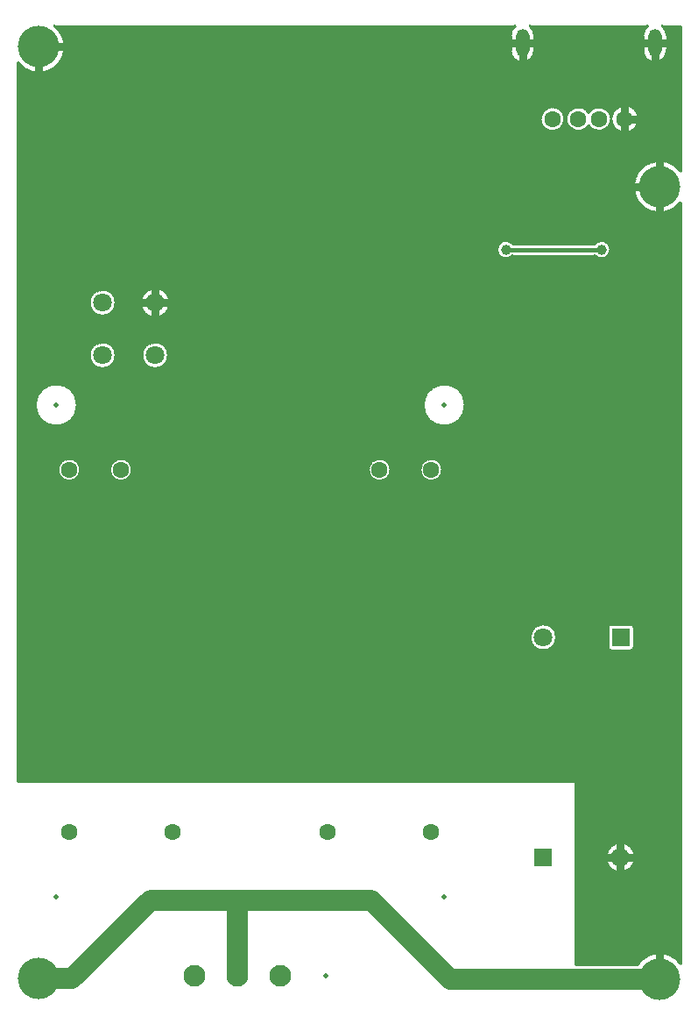
<source format=gbl>
G04 Layer_Physical_Order=2*
G04 Layer_Color=16711680*
%FSAX25Y25*%
%MOIN*%
G70*
G01*
G75*
%ADD10C,0.01000*%
%ADD33C,0.03150*%
%ADD35C,0.07874*%
%ADD36C,0.01575*%
%ADD42O,0.05118X0.10630*%
%ADD43C,0.06299*%
%ADD44C,0.15748*%
%ADD45C,0.08268*%
%ADD46C,0.01968*%
%ADD47C,0.07087*%
%ADD48R,0.07087X0.07087*%
%ADD49C,0.03937*%
D10*
X0348928Y0468456D02*
G03*
X0347128Y0472122I-0004634J0000000D01*
G01*
X0341460D02*
G03*
X0339660Y0468456I0002834J-0003666D01*
G01*
Y0462944D02*
G03*
X0348928Y0462944I0004634J0000000D01*
G01*
X0338101Y0436763D02*
G03*
X0327667Y0437156I-0005224J0000000D01*
G01*
D02*
G03*
X0319097Y0439237I-0004633J-0000393D01*
G01*
X0327667Y0436370D02*
G03*
X0338101Y0436763I0005210J0000393D01*
G01*
X0354012Y0417006D02*
G03*
X0354012Y0405041I-0007949J-0005983D01*
G01*
X0319097Y0434289D02*
G03*
X0327667Y0436370I0003937J0002474D01*
G01*
X0327468Y0387100D02*
G03*
X0321393Y0389387I-0003469J0000000D01*
G01*
Y0384813D02*
G03*
X0327468Y0387100I0002607J0002287D01*
G01*
X0298534Y0468456D02*
G03*
X0296734Y0472122I-0004634J0000000D01*
G01*
X0291066D02*
G03*
X0289266Y0468456I0002834J-0003666D01*
G01*
Y0462944D02*
G03*
X0298534Y0462944I0004634J0000000D01*
G01*
X0319097Y0439237D02*
G03*
X0319097Y0434289I-0003937J-0002474D01*
G01*
X0309967Y0436763D02*
G03*
X0309967Y0436763I-0004650J0000000D01*
G01*
X0290207Y0389387D02*
G03*
X0290207Y0384813I-0002607J-0002287D01*
G01*
X0272096Y0328006D02*
G03*
X0272096Y0328006I-0007990J0000000D01*
G01*
X0263435Y0303400D02*
G03*
X0263435Y0303400I-0004250J0000000D01*
G01*
X0243750D02*
G03*
X0243750Y0303400I-0004250J0000000D01*
G01*
X0336407Y0243243D02*
G03*
X0334907Y0244743I-0001500J0000000D01*
G01*
Y0234657D02*
G03*
X0336407Y0236157I0000000J0001500D01*
G01*
X0327820Y0244743D02*
G03*
X0326321Y0243243I0000000J-0001500D01*
G01*
Y0236157D02*
G03*
X0327820Y0234657I0001500J0000000D01*
G01*
X0336782Y0156000D02*
G03*
X0336782Y0156000I-0005618J0000000D01*
G01*
X0354012Y0115698D02*
G03*
X0337668Y0115237I-0008012J-0005898D01*
G01*
X0306879Y0239700D02*
G03*
X0306879Y0239700I-0005043J0000000D01*
G01*
X0159718Y0366900D02*
G03*
X0159718Y0366900I-0005618J0000000D01*
G01*
X0139143D02*
G03*
X0139143Y0366900I-0005043J0000000D01*
G01*
X0119749Y0464200D02*
G03*
X0115818Y0472122I-0009949J0000000D01*
G01*
X0101894Y0458161D02*
G03*
X0119749Y0464200I0007906J0006039D01*
G01*
X0159143Y0346900D02*
G03*
X0159143Y0346900I-0005043J0000000D01*
G01*
X0139143D02*
G03*
X0139143Y0346900I-0005043J0000000D01*
G01*
X0145324Y0303400D02*
G03*
X0145324Y0303400I-0004250J0000000D01*
G01*
X0124458Y0328006D02*
G03*
X0124458Y0328006I-0007990J0000000D01*
G01*
X0125639Y0303400D02*
G03*
X0125639Y0303400I-0004250J0000000D01*
G01*
X0348663Y0470000D02*
X0354012D01*
X0348167Y0471000D02*
X0354012D01*
X0348896Y0469000D02*
X0354012D01*
X0347128Y0472122D02*
X0354012D01*
X0347279Y0472000D02*
X0354012D01*
X0348928Y0466000D02*
X0354012D01*
X0348928Y0463000D02*
X0354012D01*
X0348928Y0468000D02*
X0354012D01*
X0348928Y0467000D02*
X0354012D01*
X0348928Y0465000D02*
X0354012D01*
X0348928Y0462944D02*
Y0468456D01*
X0340000Y0470198D02*
Y0472122D01*
X0348928Y0464000D02*
X0354012D01*
X0348830Y0462000D02*
X0354012D01*
X0348500Y0461000D02*
X0354012D01*
X0347872Y0460000D02*
X0354012D01*
X0354000Y0417022D02*
Y0472122D01*
X0353000Y0418155D02*
Y0472122D01*
X0354012Y0417006D02*
Y0472122D01*
X0349000Y0420529D02*
Y0472122D01*
X0352000Y0419007D02*
Y0472122D01*
X0350000Y0420160D02*
Y0472122D01*
X0351000Y0419661D02*
Y0472122D01*
X0346726Y0459000D02*
X0354012D01*
X0348000Y0420782D02*
Y0460163D01*
X0347000Y0420928D02*
Y0459183D01*
X0342000Y0420105D02*
Y0458918D01*
X0341000Y0419588D02*
Y0459685D01*
X0340000Y0418912D02*
Y0461201D01*
X0346000Y0420972D02*
Y0458636D01*
X0345000Y0420916D02*
Y0458364D01*
X0344000Y0420756D02*
Y0458320D01*
X0343000Y0420489D02*
Y0458495D01*
X0297773Y0471000D02*
X0340421D01*
X0298269Y0470000D02*
X0339925D01*
X0296734Y0472122D02*
X0341460D01*
X0296885Y0472000D02*
X0341308D01*
X0298106Y0461000D02*
X0340087D01*
X0297478Y0460000D02*
X0340715D01*
X0296332Y0459000D02*
X0341861D01*
X0298534Y0466000D02*
X0339660D01*
X0298534Y0468000D02*
X0339660D01*
Y0462944D02*
Y0468456D01*
X0298502Y0469000D02*
X0339692D01*
X0298534Y0467000D02*
X0339660D01*
X0298534Y0465000D02*
X0339660D01*
X0298534Y0464000D02*
X0339660D01*
X0298534Y0463000D02*
X0339660D01*
X0298437Y0462000D02*
X0339757D01*
X0338000Y0437784D02*
Y0472122D01*
X0337000Y0439971D02*
Y0472122D01*
X0339000Y0418030D02*
Y0472122D01*
X0334000Y0441865D02*
Y0472122D01*
X0335000Y0441536D02*
Y0472122D01*
X0336000Y0440951D02*
Y0472122D01*
X0335933Y0441000D02*
X0354012D01*
X0333000Y0441986D02*
Y0472122D01*
X0332000Y0441913D02*
Y0472122D01*
X0331000Y0441639D02*
Y0472122D01*
X0330000Y0441124D02*
Y0472122D01*
X0327000Y0439190D02*
Y0472122D01*
X0329000Y0440266D02*
Y0472122D01*
X0328000Y0438638D02*
Y0472122D01*
X0338095Y0437000D02*
X0354012D01*
X0337952Y0438000D02*
X0354012D01*
X0338045Y0436000D02*
X0354012D01*
X0336977Y0440000D02*
X0354012D01*
X0337598Y0439000D02*
X0354012D01*
X0337794Y0435000D02*
X0354012D01*
X0350353Y0420000D02*
X0354012D01*
X0337310Y0434000D02*
X0354012D01*
X0336501Y0433000D02*
X0354012D01*
X0338000Y0416852D02*
Y0435742D01*
X0327110Y0439000D02*
X0328155D01*
X0352009Y0419000D02*
X0354012D01*
X0335023Y0432000D02*
X0354012D01*
X0337000Y0415127D02*
Y0433555D01*
X0351945Y0403000D02*
X0354012D01*
X0336000Y0244271D02*
Y0432575D01*
X0350253Y0402000D02*
X0354012D01*
X0327467Y0387000D02*
X0354012D01*
X0327350Y0388000D02*
X0354012D01*
X0327290Y0386000D02*
X0354012D01*
X0331000Y0244743D02*
Y0431887D01*
X0330000Y0244743D02*
Y0432402D01*
X0335000Y0244740D02*
Y0431990D01*
X0328000Y0244743D02*
Y0434888D01*
X0329000Y0244743D02*
Y0433260D01*
X0333000Y0244743D02*
Y0431540D01*
X0334000Y0244743D02*
Y0431661D01*
X0327820Y0244743D02*
X0334907D01*
X0332000D02*
Y0431613D01*
X0326902Y0389000D02*
X0354012D01*
X0325903Y0390000D02*
X0354012D01*
X0326761Y0385000D02*
X0354012D01*
X0325556Y0384000D02*
X0354012D01*
X0267970Y0335000D02*
X0354012D01*
X0271843Y0330000D02*
X0354012D01*
X0272034Y0329000D02*
X0354012D01*
X0269390Y0334000D02*
X0354012D01*
X0271514Y0331000D02*
X0354012D01*
X0326372Y0440000D02*
X0328776D01*
X0326774Y0434000D02*
X0328442D01*
X0325765Y0433000D02*
X0329252D01*
X0324949Y0441000D02*
X0329820D01*
X0270343Y0333000D02*
X0354012D01*
X0271026Y0332000D02*
X0354012D01*
X0272032Y0327000D02*
X0354012D01*
X0272096Y0328000D02*
X0354012D01*
X0271840Y0326000D02*
X0354012D01*
X0271509Y0325000D02*
X0354012D01*
X0271019Y0324000D02*
X0354012D01*
X0270333Y0323000D02*
X0354012D01*
X0269375Y0322000D02*
X0354012D01*
X0267947Y0321000D02*
X0354012D01*
X0261443Y0307000D02*
X0354012D01*
X0263392Y0304000D02*
X0354012D01*
X0327000Y0244499D02*
Y0385359D01*
X0262546Y0306000D02*
X0354012D01*
X0263122Y0305000D02*
X0354012D01*
X0263416Y0303000D02*
X0354012D01*
X0263197Y0302000D02*
X0354012D01*
X0262692Y0301000D02*
X0354012D01*
X0261734Y0300000D02*
X0354012D01*
X0316000Y0441336D02*
Y0472122D01*
X0315000Y0441410D02*
Y0472122D01*
X0317000Y0441033D02*
Y0472122D01*
X0314000Y0441266D02*
Y0472122D01*
X0307000Y0441097D02*
Y0472122D01*
X0324000Y0441311D02*
Y0472122D01*
X0325000Y0440976D02*
Y0472122D01*
X0323000Y0441412D02*
Y0472122D01*
X0322000Y0441296D02*
Y0472122D01*
X0306000Y0441362D02*
Y0472122D01*
X0305000Y0441402D02*
Y0472122D01*
X0304000Y0441222D02*
Y0472122D01*
X0298000Y0470615D02*
Y0472122D01*
X0298534Y0462944D02*
Y0468456D01*
X0290000Y0470958D02*
Y0472122D01*
X0318000Y0440444D02*
Y0472122D01*
X0313000Y0440880D02*
Y0472122D01*
X0312000Y0440174D02*
Y0472122D01*
X0311000Y0438840D02*
Y0472122D01*
X0310000Y0389387D02*
Y0472122D01*
X0321000Y0440944D02*
Y0472122D01*
X0326000Y0440344D02*
Y0472122D01*
X0320000Y0440286D02*
Y0472122D01*
X0319000Y0439385D02*
Y0472122D01*
X0308000Y0440561D02*
Y0472122D01*
X0303000Y0440794D02*
Y0472122D01*
X0309000Y0439601D02*
Y0472122D01*
X0302000Y0440021D02*
Y0472122D01*
X0301000Y0438489D02*
Y0472122D01*
X0299000Y0389387D02*
Y0472122D01*
X0300000Y0389387D02*
Y0472122D01*
X0290000Y0389604D02*
Y0460442D01*
X0298000Y0389387D02*
Y0460785D01*
X0288000Y0390545D02*
Y0472122D01*
X0289000Y0390273D02*
Y0472122D01*
X0286000Y0390177D02*
Y0472122D01*
X0285000Y0389396D02*
Y0472122D01*
X0289266Y0462944D02*
Y0468456D01*
X0287000Y0390516D02*
Y0472122D01*
X0264000Y0335995D02*
Y0472122D01*
X0263000Y0335919D02*
Y0472122D01*
X0262000Y0335713D02*
Y0472122D01*
X0261000Y0335367D02*
Y0472122D01*
X0260000Y0334860D02*
Y0472122D01*
X0267000Y0335454D02*
Y0472122D01*
X0268000Y0334983D02*
Y0472122D01*
X0265000Y0335946D02*
Y0472122D01*
X0266000Y0335768D02*
Y0472122D01*
X0259000Y0334151D02*
Y0472122D01*
X0258000Y0333159D02*
Y0472122D01*
X0257000Y0331658D02*
Y0472122D01*
X0256000Y0306213D02*
Y0472122D01*
X0255000Y0304138D02*
Y0472122D01*
X0271000Y0332045D02*
Y0472122D01*
X0272000Y0329242D02*
Y0472122D01*
X0269000Y0334322D02*
Y0472122D01*
X0270000Y0333401D02*
Y0472122D01*
X0239000Y0307620D02*
Y0472122D01*
X0238000Y0307376D02*
Y0472122D01*
X0237000Y0306837D02*
Y0472122D01*
X0236000Y0305810D02*
Y0472122D01*
X0242000Y0306837D02*
Y0472122D01*
X0243000Y0305810D02*
Y0472122D01*
X0240000Y0307620D02*
Y0472122D01*
X0241000Y0307376D02*
Y0472122D01*
X0317891Y0433000D02*
X0320303D01*
X0318498Y0440000D02*
X0319696D01*
X0326000Y0389934D02*
Y0433182D01*
X0317075Y0441000D02*
X0321119D01*
X0324000Y0390568D02*
Y0432215D01*
X0325000Y0390421D02*
Y0432549D01*
X0323000Y0390421D02*
Y0432114D01*
X0322000Y0389934D02*
Y0432230D01*
X0309393Y0439000D02*
X0311084D01*
X0309620Y0435000D02*
X0310857D01*
X0319000Y0389387D02*
Y0434141D01*
X0307232Y0441000D02*
X0313245D01*
X0308655Y0440000D02*
X0311822D01*
X0316000Y0389387D02*
Y0432190D01*
X0317000Y0389387D02*
Y0432493D01*
X0309057Y0434000D02*
X0311420D01*
X0308048Y0433000D02*
X0312429D01*
X0320000Y0389387D02*
Y0433240D01*
X0318000Y0389387D02*
Y0433082D01*
X0327000Y0388841D02*
Y0434336D01*
X0311000Y0389387D02*
Y0434686D01*
X0312000Y0389387D02*
Y0433352D01*
X0315000Y0389387D02*
Y0432116D01*
X0321000Y0389387D02*
Y0432582D01*
X0313000Y0389387D02*
Y0432646D01*
X0314000Y0389387D02*
Y0432260D01*
X0308000Y0389387D02*
Y0432965D01*
X0307000Y0389387D02*
Y0432429D01*
X0309000Y0389387D02*
Y0433924D01*
X0302000Y0389387D02*
Y0433505D01*
X0303000Y0389387D02*
Y0432732D01*
X0305000Y0389387D02*
Y0432124D01*
X0306000Y0389387D02*
Y0432164D01*
X0304000Y0389387D02*
Y0432304D01*
X0303000Y0244607D02*
Y0384813D01*
X0301000Y0389387D02*
Y0435037D01*
X0297000Y0389387D02*
Y0459500D01*
X0295000Y0389387D02*
Y0458443D01*
X0296000Y0389387D02*
Y0458813D01*
X0290207Y0389387D02*
X0321393D01*
X0290207Y0384813D02*
X0321393D01*
X0289503Y0390000D02*
X0322097D01*
X0289156Y0384000D02*
X0322444D01*
X0293000Y0389387D02*
Y0458398D01*
X0292000Y0389387D02*
Y0458718D01*
X0294000Y0389387D02*
Y0458311D01*
X0291000Y0389387D02*
Y0459330D01*
X0259000Y0307646D02*
Y0321861D01*
X0260000Y0307571D02*
Y0321152D01*
X0258000Y0307481D02*
Y0322854D01*
X0302000Y0244741D02*
Y0384813D01*
X0301000Y0244673D02*
Y0384813D01*
X0300000Y0244397D02*
Y0384813D01*
X0261000Y0307242D02*
Y0320645D01*
X0257000Y0307045D02*
Y0324354D01*
X0262000Y0306584D02*
Y0320299D01*
X0263000Y0305272D02*
Y0320093D01*
X0241758Y0307000D02*
X0256927D01*
X0243437Y0305000D02*
X0255248D01*
X0243707Y0304000D02*
X0254978D01*
X0242861Y0306000D02*
X0255824D01*
X0243731Y0303000D02*
X0254954D01*
X0243512Y0302000D02*
X0255173D01*
X0243007Y0301000D02*
X0255678D01*
X0242049Y0300000D02*
X0256636D01*
X0336407Y0241000D02*
X0354012D01*
X0336407Y0242000D02*
X0354012D01*
X0336407Y0240000D02*
X0354012D01*
X0336202Y0244000D02*
X0354012D01*
X0336407Y0243000D02*
X0354012D01*
X0336407Y0239000D02*
X0354012D01*
X0336407Y0238000D02*
X0354012D01*
X0336407Y0237000D02*
X0354012D01*
X0335862Y0235000D02*
X0354012D01*
X0336399Y0236000D02*
X0354012D01*
X0336407Y0236157D02*
Y0243243D01*
X0346000Y0119749D02*
Y0401075D01*
X0335000Y0160105D02*
Y0234660D01*
X0336000Y0158859D02*
Y0235129D01*
X0333000Y0161310D02*
Y0234657D01*
X0334000Y0160850D02*
Y0234657D01*
X0354000Y0115714D02*
Y0405025D01*
X0353000Y0116870D02*
Y0403892D01*
X0354012Y0115698D02*
Y0405041D01*
X0351000Y0118401D02*
Y0402386D01*
X0352000Y0117736D02*
Y0403041D01*
X0349000Y0119286D02*
Y0401518D01*
X0350000Y0118909D02*
Y0401887D01*
X0347000Y0119698D02*
Y0401119D01*
X0348000Y0119546D02*
Y0401265D01*
X0341000Y0118401D02*
Y0402459D01*
X0340000Y0117736D02*
Y0403136D01*
X0339000Y0116870D02*
Y0404017D01*
X0338000Y0115714D02*
Y0405196D01*
X0337000Y0115237D02*
Y0406920D01*
X0345000Y0119698D02*
Y0401132D01*
X0344000Y0119546D02*
Y0401291D01*
X0343000Y0119286D02*
Y0401558D01*
X0342000Y0118909D02*
Y0401942D01*
X0314000Y0182000D02*
X0354012D01*
X0314000Y0183000D02*
X0354012D01*
X0314000Y0181000D02*
X0354012D01*
X0314000Y0185000D02*
X0354012D01*
X0314000Y0184000D02*
X0354012D01*
X0314000Y0175000D02*
X0354012D01*
X0314000Y0174000D02*
X0354012D01*
X0314000Y0180000D02*
X0354012D01*
X0314000Y0179000D02*
X0354012D01*
X0327820Y0234657D02*
X0334907D01*
X0304471Y0244000D02*
X0326525D01*
X0303665Y0235000D02*
X0326866D01*
X0314000Y0176000D02*
X0354012D01*
X0314000Y0173000D02*
X0354012D01*
X0314000Y0178000D02*
X0354012D01*
X0314000Y0177000D02*
X0354012D01*
X0314000Y0169000D02*
X0354012D01*
X0314000Y0170000D02*
X0354012D01*
X0314000Y0168000D02*
X0354012D01*
X0314000Y0172000D02*
X0354012D01*
X0314000Y0171000D02*
X0354012D01*
X0314000Y0165000D02*
X0354012D01*
X0314000Y0164000D02*
X0354012D01*
X0314000Y0167000D02*
X0354012D01*
X0314000Y0166000D02*
X0354012D01*
X0331000Y0161616D02*
Y0234657D01*
X0332000Y0161556D02*
Y0234657D01*
X0330000Y0161496D02*
Y0234657D01*
X0327000Y0159772D02*
Y0234901D01*
X0329000Y0161185D02*
Y0234657D01*
X0314000Y0163000D02*
X0354012D01*
X0328000Y0160643D02*
Y0234657D01*
X0336414Y0158000D02*
X0354012D01*
X0335914Y0159000D02*
X0354012D01*
X0336692Y0157000D02*
X0354012D01*
X0333726Y0161000D02*
X0354012D01*
X0335109Y0160000D02*
X0354012D01*
X0336782Y0156000D02*
X0354012D01*
X0336692Y0155000D02*
X0354012D01*
X0335109Y0152000D02*
X0354012D01*
X0333726Y0151000D02*
X0354012D01*
X0314000Y0161000D02*
X0328602D01*
X0314000Y0160000D02*
X0327219D01*
X0336414Y0154000D02*
X0354012D01*
X0335914Y0153000D02*
X0354012D01*
X0314000Y0151000D02*
X0328602D01*
X0314000Y0150000D02*
X0354012D01*
X0336000Y0115237D02*
Y0153141D01*
X0335000Y0115237D02*
Y0151895D01*
X0314000Y0149000D02*
X0354012D01*
X0314000Y0148000D02*
X0354012D01*
X0351634Y0118000D02*
X0354012D01*
X0352866Y0117000D02*
X0354012D01*
X0349787Y0119000D02*
X0354012D01*
X0334000Y0115237D02*
Y0151150D01*
X0329000Y0115237D02*
Y0150815D01*
X0327000Y0115237D02*
Y0152228D01*
X0328000Y0115237D02*
Y0151357D01*
X0332000Y0115237D02*
Y0150444D01*
X0333000Y0115237D02*
Y0150690D01*
X0330000Y0115237D02*
Y0150504D01*
X0331000Y0115237D02*
Y0150384D01*
X0314000Y0145000D02*
X0354012D01*
X0314000Y0146000D02*
X0354012D01*
X0314000Y0144000D02*
X0354012D01*
X0314000Y0162000D02*
X0354012D01*
X0314000Y0147000D02*
X0354012D01*
X0314000Y0141000D02*
X0354012D01*
X0314000Y0140000D02*
X0354012D01*
X0314000Y0143000D02*
X0354012D01*
X0314000Y0142000D02*
X0354012D01*
X0314000Y0137000D02*
X0354012D01*
X0314000Y0138000D02*
X0354012D01*
X0314000Y0136000D02*
X0354012D01*
X0314000Y0152000D02*
X0327219D01*
X0314000Y0139000D02*
X0354012D01*
X0314000Y0133000D02*
X0354012D01*
X0314000Y0132000D02*
X0354012D01*
X0314000Y0135000D02*
X0354012D01*
X0314000Y0134000D02*
X0354012D01*
X0314000Y0128000D02*
X0354012D01*
X0314000Y0129000D02*
X0354012D01*
X0314000Y0127000D02*
X0354012D01*
X0314000Y0131000D02*
X0354012D01*
X0314000Y0130000D02*
X0354012D01*
X0314000Y0124000D02*
X0354012D01*
X0314000Y0123000D02*
X0354012D01*
X0314000Y0126000D02*
X0354012D01*
X0314000Y0125000D02*
X0354012D01*
X0314000Y0120000D02*
X0354012D01*
X0314000Y0119000D02*
X0342213D01*
X0314000Y0122000D02*
X0354012D01*
X0314000Y0121000D02*
X0354012D01*
X0314000Y0116000D02*
X0338219D01*
X0314000Y0115237D02*
X0337668D01*
X0314000Y0118000D02*
X0340366D01*
X0314000Y0117000D02*
X0339134D01*
X0305000Y0243628D02*
Y0384813D01*
X0304000Y0244255D02*
Y0384813D01*
X0306000Y0242546D02*
Y0384813D01*
X0299000Y0243870D02*
Y0384813D01*
X0298000Y0242974D02*
Y0384813D01*
X0313000Y0185000D02*
Y0384813D01*
X0314000Y0185000D02*
Y0384813D01*
X0307000Y0185000D02*
Y0384813D01*
X0312000Y0185000D02*
Y0384813D01*
X0292000Y0185000D02*
Y0384813D01*
X0278000Y0185000D02*
Y0472122D01*
X0293000Y0185000D02*
Y0384813D01*
X0276000Y0185000D02*
Y0472122D01*
X0277000Y0185000D02*
Y0472122D01*
X0297000Y0241130D02*
Y0384813D01*
X0296000Y0185000D02*
Y0384813D01*
X0294000Y0185000D02*
Y0384813D01*
X0295000Y0185000D02*
Y0384813D01*
X0316000Y0115237D02*
Y0384813D01*
X0315000Y0115237D02*
Y0384813D01*
X0317000Y0115237D02*
Y0384813D01*
X0284000Y0185000D02*
Y0472122D01*
X0291000Y0185000D02*
Y0384813D01*
X0320000Y0115237D02*
Y0384813D01*
X0321000Y0115237D02*
Y0384813D01*
X0318000Y0115237D02*
Y0384813D01*
X0319000Y0115237D02*
Y0384813D01*
X0275000Y0185000D02*
Y0472122D01*
X0274000Y0185000D02*
Y0472122D01*
X0279000Y0185000D02*
Y0472122D01*
X0254000Y0185000D02*
Y0472122D01*
X0273000Y0185000D02*
Y0472122D01*
X0282000Y0185000D02*
Y0472122D01*
X0283000Y0185000D02*
Y0472122D01*
X0280000Y0185000D02*
Y0472122D01*
X0281000Y0185000D02*
Y0472122D01*
X0223000Y0185000D02*
Y0472122D01*
X0222000Y0185000D02*
Y0472122D01*
X0224000Y0185000D02*
Y0472122D01*
X0220000Y0185000D02*
Y0472122D01*
X0221000Y0185000D02*
Y0472122D01*
X0227000Y0185000D02*
Y0472122D01*
X0228000Y0185000D02*
Y0472122D01*
X0225000Y0185000D02*
Y0472122D01*
X0226000Y0185000D02*
Y0472122D01*
X0214000Y0185000D02*
Y0472122D01*
X0213000Y0185000D02*
Y0472122D01*
X0215000Y0185000D02*
Y0472122D01*
X0211000Y0185000D02*
Y0472122D01*
X0212000Y0185000D02*
Y0472122D01*
X0218000Y0185000D02*
Y0472122D01*
X0219000Y0185000D02*
Y0472122D01*
X0216000Y0185000D02*
Y0472122D01*
X0217000Y0185000D02*
Y0472122D01*
X0248000Y0185000D02*
Y0472122D01*
X0247000Y0185000D02*
Y0472122D01*
X0249000Y0185000D02*
Y0472122D01*
X0245000Y0185000D02*
Y0472122D01*
X0246000Y0185000D02*
Y0472122D01*
X0252000Y0185000D02*
Y0472122D01*
X0253000Y0185000D02*
Y0472122D01*
X0250000Y0185000D02*
Y0472122D01*
X0251000Y0185000D02*
Y0472122D01*
X0231000Y0185000D02*
Y0472122D01*
X0232000Y0185000D02*
Y0472122D01*
X0229000Y0185000D02*
Y0472122D01*
X0230000Y0185000D02*
Y0472122D01*
X0235000Y0185000D02*
Y0472122D01*
X0244000Y0185000D02*
Y0472122D01*
X0233000Y0185000D02*
Y0472122D01*
X0234000Y0185000D02*
Y0472122D01*
X0306871Y0240000D02*
X0326321D01*
X0306709Y0241000D02*
X0326321D01*
Y0236157D02*
Y0243243D01*
X0305650Y0243000D02*
X0326321D01*
X0306325Y0242000D02*
X0326321D01*
X0306831Y0239000D02*
X0326321D01*
X0306584Y0238000D02*
X0326321D01*
X0306096Y0237000D02*
X0326321D01*
X0305263Y0236000D02*
X0326329D01*
X0310000Y0185000D02*
Y0384813D01*
X0309000Y0185000D02*
Y0384813D01*
X0311000Y0185000D02*
Y0384813D01*
X0305000Y0185000D02*
Y0235772D01*
X0308000Y0185000D02*
Y0384813D01*
X0301000Y0185000D02*
Y0234727D01*
X0302000Y0185000D02*
Y0234659D01*
X0299000Y0185000D02*
Y0235530D01*
X0300000Y0185000D02*
Y0235003D01*
X0314000Y0159000D02*
X0326414D01*
X0326000Y0158213D02*
Y0384266D01*
X0314000Y0158000D02*
X0325914D01*
X0314000Y0157000D02*
X0325635D01*
X0314000Y0156000D02*
X0325546D01*
X0314000Y0155000D02*
X0325635D01*
X0326000Y0115237D02*
Y0153787D01*
X0314000Y0154000D02*
X0325914D01*
X0314000Y0153000D02*
X0326414D01*
X0324000Y0115237D02*
Y0383631D01*
X0323000Y0115237D02*
Y0383779D01*
X0325000Y0115237D02*
Y0383779D01*
X0306000Y0185000D02*
Y0236854D01*
X0322000Y0115237D02*
Y0384266D01*
X0314000Y0115237D02*
Y0185000D01*
Y0115237D02*
Y0185000D01*
X0303000D02*
Y0234793D01*
X0304000Y0185000D02*
Y0235144D01*
X0289000Y0185000D02*
Y0383927D01*
X0287000Y0185000D02*
Y0383684D01*
X0290000Y0185000D02*
Y0384596D01*
X0285000Y0185000D02*
Y0384804D01*
X0286000Y0185000D02*
Y0384023D01*
X0297000Y0185000D02*
Y0238270D01*
X0298000Y0185000D02*
Y0236426D01*
X0288000Y0185000D02*
Y0383655D01*
X0271000Y0185000D02*
Y0323967D01*
X0270000Y0185000D02*
Y0322612D01*
X0272000Y0185000D02*
Y0326771D01*
X0268000Y0185000D02*
Y0321029D01*
X0269000Y0185000D02*
Y0321691D01*
X0266000Y0185000D02*
Y0320244D01*
X0267000Y0185000D02*
Y0320559D01*
X0264000Y0185000D02*
Y0320017D01*
X0265000Y0185000D02*
Y0320067D01*
X0262000Y0185000D02*
Y0300216D01*
X0257000Y0185000D02*
Y0299755D01*
X0263000Y0185000D02*
Y0301528D01*
X0255000Y0185000D02*
Y0302662D01*
X0256000Y0185000D02*
Y0300587D01*
X0260000Y0185000D02*
Y0299229D01*
X0261000Y0185000D02*
Y0299557D01*
X0258000Y0185000D02*
Y0299319D01*
X0259000Y0185000D02*
Y0299154D01*
X0242000Y0185000D02*
Y0299963D01*
X0243000Y0185000D02*
Y0300990D01*
X0236000Y0185000D02*
Y0300990D01*
X0237000Y0185000D02*
Y0299963D01*
X0240000Y0185000D02*
Y0299180D01*
X0241000Y0185000D02*
Y0299424D01*
X0238000Y0185000D02*
Y0299424D01*
X0239000Y0185000D02*
Y0299180D01*
X0117062Y0471000D02*
X0290027D01*
X0119220Y0461000D02*
X0289694D01*
X0118819Y0460000D02*
X0290322D01*
X0115818Y0472122D02*
X0291066D01*
X0115976Y0472000D02*
X0290915D01*
X0118282Y0459000D02*
X0291468D01*
X0117581Y0458000D02*
X0354012D01*
X0116666Y0457000D02*
X0354012D01*
X0115434Y0456000D02*
X0354012D01*
X0119347Y0467000D02*
X0289266D01*
X0118994Y0468000D02*
X0289266D01*
X0119585Y0466000D02*
X0289266D01*
X0117883Y0470000D02*
X0289531D01*
X0118514Y0469000D02*
X0289298D01*
X0119717Y0465000D02*
X0289266D01*
X0119747Y0464000D02*
X0289266D01*
X0119676Y0463000D02*
X0289266D01*
X0119502Y0462000D02*
X0289363D01*
X0101894Y0454000D02*
X0354012D01*
X0113587Y0455000D02*
X0354012D01*
X0101894Y0453000D02*
X0354012D01*
X0101894Y0452000D02*
X0354012D01*
X0101894Y0451000D02*
X0354012D01*
X0101894Y0448000D02*
X0354012D01*
X0101894Y0447000D02*
X0354012D01*
X0101894Y0450000D02*
X0354012D01*
X0101894Y0449000D02*
X0354012D01*
X0101894Y0443000D02*
X0354012D01*
X0101894Y0444000D02*
X0354012D01*
X0101894Y0442000D02*
X0354012D01*
X0101894Y0446000D02*
X0354012D01*
X0101894Y0445000D02*
X0354012D01*
X0101894Y0439000D02*
X0301241D01*
X0101894Y0438000D02*
X0300835D01*
X0101894Y0441000D02*
X0303402D01*
X0101894Y0440000D02*
X0301980D01*
X0101894Y0428000D02*
X0354012D01*
X0101894Y0429000D02*
X0354012D01*
X0101894Y0427000D02*
X0354012D01*
X0101894Y0431000D02*
X0354012D01*
X0101894Y0430000D02*
X0354012D01*
X0101894Y0422000D02*
X0354012D01*
X0101894Y0421000D02*
X0354012D01*
X0101894Y0426000D02*
X0354012D01*
X0101894Y0423000D02*
X0354012D01*
X0101894Y0434000D02*
X0301578D01*
X0101894Y0435000D02*
X0301015D01*
X0101894Y0433000D02*
X0302586D01*
X0101894Y0437000D02*
X0300674D01*
X0101894Y0436000D02*
X0300731D01*
X0101894Y0424000D02*
X0354012D01*
X0101894Y0420000D02*
X0341773D01*
X0101894Y0432000D02*
X0330730D01*
X0101894Y0425000D02*
X0354012D01*
X0101894Y0417000D02*
X0338109D01*
X0101894Y0416000D02*
X0337448D01*
X0101894Y0407000D02*
X0336964D01*
X0101894Y0419000D02*
X0340117D01*
X0101894Y0418000D02*
X0338970D01*
X0101894Y0404000D02*
X0339017D01*
X0101894Y0403000D02*
X0340181D01*
X0101894Y0406000D02*
X0337476D01*
X0101894Y0405000D02*
X0338145D01*
X0101894Y0413000D02*
X0336312D01*
X0101894Y0412000D02*
X0336162D01*
X0101894Y0415000D02*
X0336943D01*
X0101894Y0414000D02*
X0336570D01*
X0101894Y0409000D02*
X0336322D01*
X0101894Y0408000D02*
X0336585D01*
X0101894Y0411000D02*
X0336114D01*
X0101894Y0410000D02*
X0336167D01*
X0101894Y0381000D02*
X0354012D01*
X0101894Y0382000D02*
X0354012D01*
X0101894Y0380000D02*
X0354012D01*
X0101894Y0400000D02*
X0354012D01*
X0101894Y0383000D02*
X0354012D01*
X0159717Y0367000D02*
X0354012D01*
X0159646Y0366000D02*
X0354012D01*
X0156456Y0372000D02*
X0354012D01*
X0159609Y0368000D02*
X0354012D01*
X0101894Y0386000D02*
X0284311D01*
X0101894Y0387000D02*
X0284133D01*
X0101894Y0385000D02*
X0284840D01*
X0101894Y0402000D02*
X0341873D01*
X0101894Y0388000D02*
X0284250D01*
X0158785Y0370000D02*
X0354012D01*
X0159311Y0369000D02*
X0354012D01*
X0101894Y0384000D02*
X0286044D01*
X0157941Y0371000D02*
X0354012D01*
X0158912Y0364000D02*
X0354012D01*
X0159387Y0365000D02*
X0354012D01*
X0158144Y0363000D02*
X0354012D01*
X0156848Y0362000D02*
X0354012D01*
X0157037Y0351000D02*
X0354012D01*
X0159022Y0348000D02*
X0354012D01*
X0159142Y0347000D02*
X0354012D01*
X0158078Y0350000D02*
X0354012D01*
X0158685Y0349000D02*
X0354012D01*
X0158772Y0345000D02*
X0354012D01*
X0159062Y0346000D02*
X0354012D01*
X0158226Y0344000D02*
X0354012D01*
X0157298Y0343000D02*
X0354012D01*
X0155294Y0342000D02*
X0354012D01*
X0121752Y0334000D02*
X0258823D01*
X0121737Y0322000D02*
X0258838D01*
X0120332Y0335000D02*
X0260243D01*
X0120309Y0321000D02*
X0260266D01*
X0101894Y0397000D02*
X0354012D01*
X0101894Y0398000D02*
X0354012D01*
X0101894Y0396000D02*
X0354012D01*
X0101894Y0401000D02*
X0354012D01*
X0101894Y0399000D02*
X0354012D01*
X0101894Y0393000D02*
X0354012D01*
X0101894Y0392000D02*
X0354012D01*
X0101894Y0395000D02*
X0354012D01*
X0101894Y0394000D02*
X0354012D01*
X0101894Y0379000D02*
X0354012D01*
X0101894Y0389000D02*
X0284698D01*
X0101894Y0378000D02*
X0354012D01*
X0101894Y0391000D02*
X0354012D01*
X0101894Y0390000D02*
X0285697D01*
X0101894Y0375000D02*
X0354012D01*
X0101894Y0374000D02*
X0354012D01*
X0101894Y0377000D02*
X0354012D01*
X0101894Y0376000D02*
X0354012D01*
X0101894Y0341000D02*
X0354012D01*
X0101894Y0352000D02*
X0354012D01*
X0101894Y0340000D02*
X0354012D01*
X0101894Y0354000D02*
X0354012D01*
X0101894Y0353000D02*
X0354012D01*
X0101894Y0337000D02*
X0354012D01*
X0101894Y0336000D02*
X0354012D01*
X0101894Y0339000D02*
X0354012D01*
X0101894Y0338000D02*
X0354012D01*
X0101894Y0360000D02*
X0354012D01*
X0101894Y0359000D02*
X0354012D01*
X0101894Y0373000D02*
X0354012D01*
X0101894Y0361000D02*
X0354012D01*
X0101894Y0356000D02*
X0354012D01*
X0101894Y0355000D02*
X0354012D01*
X0101894Y0358000D02*
X0354012D01*
X0101894Y0357000D02*
X0354012D01*
X0157000Y0371712D02*
Y0472122D01*
X0156000Y0372187D02*
Y0472122D01*
X0158000Y0370944D02*
Y0472122D01*
X0154000Y0372517D02*
Y0472122D01*
X0155000Y0372446D02*
Y0472122D01*
X0153000Y0372409D02*
Y0472122D01*
X0152000Y0372111D02*
Y0472122D01*
X0151000Y0371585D02*
Y0472122D01*
X0137037Y0371000D02*
X0150259D01*
X0135000Y0371862D02*
Y0472122D01*
X0134000Y0371942D02*
Y0472122D01*
X0133000Y0371822D02*
Y0472122D01*
X0132000Y0371485D02*
Y0472122D01*
X0131000Y0370878D02*
Y0472122D01*
X0150000Y0370741D02*
Y0472122D01*
X0138000Y0370098D02*
Y0472122D01*
X0136000Y0371572D02*
Y0472122D01*
X0137000Y0371026D02*
Y0472122D01*
X0159000Y0369648D02*
Y0472122D01*
X0149000Y0369256D02*
Y0472122D01*
X0138078Y0370000D02*
X0149415D01*
X0159000Y0348094D02*
Y0364152D01*
X0138685Y0369000D02*
X0148889D01*
X0139000Y0368094D02*
Y0472122D01*
X0139022Y0368000D02*
X0148591D01*
X0130000Y0369837D02*
Y0472122D01*
X0139142Y0367000D02*
X0148483D01*
X0139062Y0366000D02*
X0148555D01*
X0138772Y0365000D02*
X0148813D01*
X0139000Y0348094D02*
Y0365706D01*
X0101894Y0372000D02*
X0151743D01*
X0101894Y0371000D02*
X0131163D01*
X0101894Y0370000D02*
X0130122D01*
X0101894Y0369000D02*
X0129515D01*
X0101894Y0366000D02*
X0129138D01*
X0101894Y0365000D02*
X0129428D01*
X0101894Y0368000D02*
X0129178D01*
X0101894Y0367000D02*
X0129058D01*
X0118000Y0469834D02*
Y0472122D01*
X0117000Y0471066D02*
Y0472122D01*
X0119000Y0467987D02*
Y0472122D01*
X0101894Y0456000D02*
X0104166D01*
X0101894Y0455000D02*
X0106013D01*
X0101894Y0457000D02*
X0102934D01*
X0123000Y0332608D02*
Y0472122D01*
X0122000Y0333772D02*
Y0472122D01*
X0124000Y0330673D02*
Y0472122D01*
X0120000Y0335173D02*
Y0472122D01*
X0121000Y0334587D02*
Y0472122D01*
X0118000Y0335848D02*
Y0458566D01*
X0119000Y0335584D02*
Y0460413D01*
X0116000Y0335982D02*
Y0456419D01*
X0117000Y0335978D02*
Y0457334D01*
X0115000Y0335860D02*
Y0455718D01*
X0114000Y0335605D02*
Y0455181D01*
X0101894Y0355906D02*
Y0458161D01*
X0113000Y0335204D02*
Y0454780D01*
X0112000Y0334630D02*
Y0454497D01*
X0111000Y0333832D02*
Y0454324D01*
X0110000Y0332696D02*
Y0454253D01*
X0109000Y0330845D02*
Y0454283D01*
X0156000Y0351572D02*
Y0361613D01*
X0152000Y0351485D02*
Y0361689D01*
X0157000Y0351026D02*
Y0362088D01*
X0135294Y0362000D02*
X0151352D01*
X0151000Y0350878D02*
Y0362215D01*
X0154000Y0351942D02*
Y0361283D01*
X0155000Y0351862D02*
Y0361354D01*
X0153000Y0351822D02*
Y0361391D01*
X0137037Y0351000D02*
X0151163D01*
X0137298Y0363000D02*
X0150056D01*
X0138226Y0364000D02*
X0149288D01*
X0137000Y0351026D02*
Y0362774D01*
X0132000Y0351485D02*
Y0362315D01*
X0131000Y0350878D02*
Y0362922D01*
X0135000Y0351862D02*
Y0361938D01*
X0136000Y0351572D02*
Y0362228D01*
X0134000Y0351942D02*
Y0361858D01*
X0133000Y0351822D02*
Y0361978D01*
X0158000Y0350098D02*
Y0362856D01*
X0150000Y0349837D02*
Y0363059D01*
X0138078Y0350000D02*
X0150122D01*
X0137298Y0343000D02*
X0150902D01*
X0135294Y0342000D02*
X0152906D01*
X0124458Y0328000D02*
X0256117D01*
X0124396Y0329000D02*
X0256179D01*
X0124395Y0327000D02*
X0256180D01*
X0138685Y0349000D02*
X0149515D01*
X0138000Y0350098D02*
Y0363702D01*
X0139022Y0348000D02*
X0149178D01*
X0130000Y0349837D02*
Y0363963D01*
X0139142Y0347000D02*
X0149058D01*
X0139062Y0346000D02*
X0149138D01*
X0138772Y0345000D02*
X0149428D01*
X0138226Y0344000D02*
X0149974D01*
X0101894Y0362000D02*
X0132906D01*
X0101894Y0351000D02*
X0131163D01*
X0101894Y0350000D02*
X0130122D01*
X0101894Y0364000D02*
X0129974D01*
X0101894Y0363000D02*
X0130902D01*
X0101894Y0342000D02*
X0132906D01*
X0122705Y0333000D02*
X0257869D01*
X0101894Y0344000D02*
X0129974D01*
X0101894Y0343000D02*
X0130902D01*
X0101894Y0346000D02*
X0129138D01*
X0101894Y0347000D02*
X0129058D01*
X0101894Y0345000D02*
X0129428D01*
X0101894Y0349000D02*
X0129515D01*
X0101894Y0348000D02*
X0129178D01*
X0101894Y0333000D02*
X0110231D01*
X0101894Y0332000D02*
X0109548D01*
X0101894Y0335000D02*
X0112605D01*
X0101894Y0334000D02*
X0111185D01*
X0123876Y0331000D02*
X0256699D01*
X0124206Y0330000D02*
X0256369D01*
X0124202Y0326000D02*
X0256372D01*
X0123389Y0332000D02*
X0257186D01*
X0123871Y0325000D02*
X0256704D01*
X0123381Y0324000D02*
X0257194D01*
X0122695Y0323000D02*
X0257879D01*
X0101894D02*
X0110242D01*
X0101894Y0322000D02*
X0111200D01*
X0101894Y0329000D02*
X0108541D01*
X0101894Y0328000D02*
X0108479D01*
X0101894Y0331000D02*
X0109061D01*
X0101894Y0330000D02*
X0108731D01*
X0101894Y0325000D02*
X0109066D01*
X0101894Y0324000D02*
X0109556D01*
X0101894Y0327000D02*
X0108542D01*
X0101894Y0326000D02*
X0108735D01*
X0101894Y0317000D02*
X0354012D01*
X0101894Y0318000D02*
X0354012D01*
X0101894Y0316000D02*
X0354012D01*
X0101894Y0320000D02*
X0354012D01*
X0101894Y0319000D02*
X0354012D01*
X0101894Y0313000D02*
X0354012D01*
X0101894Y0312000D02*
X0354012D01*
X0101894Y0315000D02*
X0354012D01*
X0101894Y0314000D02*
X0354012D01*
X0101894Y0308000D02*
X0354012D01*
X0101894Y0309000D02*
X0354012D01*
X0143333Y0307000D02*
X0237242D01*
X0101894Y0311000D02*
X0354012D01*
X0101894Y0310000D02*
X0354012D01*
X0145282Y0304000D02*
X0235293D01*
X0145306Y0303000D02*
X0235269D01*
X0144436Y0306000D02*
X0236139D01*
X0145012Y0305000D02*
X0235563D01*
X0101894Y0296000D02*
X0354012D01*
X0101894Y0297000D02*
X0354012D01*
X0101894Y0295000D02*
X0354012D01*
X0101894Y0299000D02*
X0354012D01*
X0101894Y0298000D02*
X0354012D01*
X0101894Y0292000D02*
X0354012D01*
X0101894Y0290000D02*
X0354012D01*
X0101894Y0294000D02*
X0354012D01*
X0101894Y0293000D02*
X0354012D01*
X0209000Y0185000D02*
Y0472122D01*
X0208000Y0185000D02*
Y0472122D01*
X0210000Y0185000D02*
Y0472122D01*
X0206000Y0185000D02*
Y0472122D01*
X0207000Y0185000D02*
Y0472122D01*
X0145087Y0302000D02*
X0235488D01*
X0144582Y0301000D02*
X0235993D01*
X0143624Y0300000D02*
X0236951D01*
X0101894Y0291000D02*
X0354012D01*
X0101894Y0277000D02*
X0354012D01*
X0101894Y0278000D02*
X0354012D01*
X0101894Y0276000D02*
X0354012D01*
X0101894Y0280000D02*
X0354012D01*
X0101894Y0279000D02*
X0354012D01*
X0101894Y0273000D02*
X0354012D01*
X0101894Y0272000D02*
X0354012D01*
X0101894Y0275000D02*
X0354012D01*
X0101894Y0274000D02*
X0354012D01*
X0101894Y0286000D02*
X0354012D01*
X0101894Y0287000D02*
X0354012D01*
X0101894Y0285000D02*
X0354012D01*
X0101894Y0289000D02*
X0354012D01*
X0101894Y0288000D02*
X0354012D01*
X0101894Y0282000D02*
X0354012D01*
X0101894Y0281000D02*
X0354012D01*
X0101894Y0284000D02*
X0354012D01*
X0101894Y0283000D02*
X0354012D01*
X0101894Y0260000D02*
X0354012D01*
X0101894Y0261000D02*
X0354012D01*
X0101894Y0259000D02*
X0354012D01*
X0101894Y0263000D02*
X0354012D01*
X0101894Y0262000D02*
X0354012D01*
X0101894Y0256000D02*
X0354012D01*
X0101894Y0255000D02*
X0354012D01*
X0101894Y0258000D02*
X0354012D01*
X0101894Y0257000D02*
X0354012D01*
X0101894Y0269000D02*
X0354012D01*
X0101894Y0268000D02*
X0354012D01*
X0101894Y0271000D02*
X0354012D01*
X0101894Y0270000D02*
X0354012D01*
X0101894Y0265000D02*
X0354012D01*
X0101894Y0264000D02*
X0354012D01*
X0101894Y0267000D02*
X0354012D01*
X0101894Y0266000D02*
X0354012D01*
X0101894Y0207000D02*
X0354012D01*
X0101894Y0208000D02*
X0354012D01*
X0101894Y0206000D02*
X0354012D01*
X0101894Y0210000D02*
X0354012D01*
X0101894Y0209000D02*
X0354012D01*
X0101894Y0203000D02*
X0354012D01*
X0101894Y0202000D02*
X0354012D01*
X0101894Y0205000D02*
X0354012D01*
X0101894Y0204000D02*
X0354012D01*
X0101894Y0216000D02*
X0354012D01*
X0101894Y0217000D02*
X0354012D01*
X0101894Y0215000D02*
X0354012D01*
X0101894Y0219000D02*
X0354012D01*
X0101894Y0218000D02*
X0354012D01*
X0101894Y0212000D02*
X0354012D01*
X0101894Y0211000D02*
X0354012D01*
X0101894Y0214000D02*
X0354012D01*
X0101894Y0213000D02*
X0354012D01*
X0101894Y0198000D02*
X0354012D01*
X0101894Y0199000D02*
X0354012D01*
X0101894Y0197000D02*
X0354012D01*
X0101894Y0201000D02*
X0354012D01*
X0101894Y0200000D02*
X0354012D01*
X0101894Y0194000D02*
X0354012D01*
X0101894Y0193000D02*
X0354012D01*
X0101894Y0196000D02*
X0354012D01*
X0101894Y0195000D02*
X0354012D01*
X0101894Y0189000D02*
X0354012D01*
X0101894Y0190000D02*
X0354012D01*
X0101894Y0188000D02*
X0354012D01*
X0101894Y0192000D02*
X0354012D01*
X0101894Y0191000D02*
X0354012D01*
X0101894Y0185000D02*
X0314000D01*
X0101894D02*
X0314000D01*
X0101894Y0187000D02*
X0354012D01*
X0101894Y0186000D02*
X0354012D01*
X0101894Y0251000D02*
X0354012D01*
X0101894Y0252000D02*
X0354012D01*
X0101894Y0250000D02*
X0354012D01*
X0101894Y0254000D02*
X0354012D01*
X0101894Y0253000D02*
X0354012D01*
X0101894Y0247000D02*
X0354012D01*
X0101894Y0246000D02*
X0354012D01*
X0101894Y0249000D02*
X0354012D01*
X0101894Y0248000D02*
X0354012D01*
X0101894Y0243000D02*
X0298022D01*
X0101894Y0242000D02*
X0297348D01*
X0101894Y0241000D02*
X0296963D01*
X0101894Y0245000D02*
X0354012D01*
X0101894Y0244000D02*
X0299201D01*
X0101894Y0238000D02*
X0297088D01*
X0101894Y0237000D02*
X0297576D01*
X0101894Y0240000D02*
X0296802D01*
X0101894Y0239000D02*
X0296842D01*
X0101894Y0225000D02*
X0354012D01*
X0101894Y0226000D02*
X0354012D01*
X0101894Y0224000D02*
X0354012D01*
X0101894Y0228000D02*
X0354012D01*
X0101894Y0227000D02*
X0354012D01*
X0101894Y0221000D02*
X0354012D01*
X0101894Y0220000D02*
X0354012D01*
X0101894Y0223000D02*
X0354012D01*
X0101894Y0222000D02*
X0354012D01*
X0101894Y0234000D02*
X0354012D01*
X0101894Y0233000D02*
X0354012D01*
X0101894Y0236000D02*
X0298409D01*
X0101894Y0235000D02*
X0300007D01*
X0101894Y0230000D02*
X0354012D01*
X0101894Y0229000D02*
X0354012D01*
X0101894Y0232000D02*
X0354012D01*
X0101894Y0231000D02*
X0354012D01*
X0182000Y0185000D02*
Y0472122D01*
X0181000Y0185000D02*
Y0472122D01*
X0183000Y0185000D02*
Y0472122D01*
X0179000Y0185000D02*
Y0472122D01*
X0180000Y0185000D02*
Y0472122D01*
X0186000Y0185000D02*
Y0472122D01*
X0187000Y0185000D02*
Y0472122D01*
X0184000Y0185000D02*
Y0472122D01*
X0185000Y0185000D02*
Y0472122D01*
X0173000Y0185000D02*
Y0472122D01*
X0172000Y0185000D02*
Y0472122D01*
X0174000Y0185000D02*
Y0472122D01*
X0170000Y0185000D02*
Y0472122D01*
X0171000Y0185000D02*
Y0472122D01*
X0177000Y0185000D02*
Y0472122D01*
X0178000Y0185000D02*
Y0472122D01*
X0175000Y0185000D02*
Y0472122D01*
X0176000Y0185000D02*
Y0472122D01*
X0200000Y0185000D02*
Y0472122D01*
X0199000Y0185000D02*
Y0472122D01*
X0201000Y0185000D02*
Y0472122D01*
X0197000Y0185000D02*
Y0472122D01*
X0198000Y0185000D02*
Y0472122D01*
X0204000Y0185000D02*
Y0472122D01*
X0205000Y0185000D02*
Y0472122D01*
X0202000Y0185000D02*
Y0472122D01*
X0203000Y0185000D02*
Y0472122D01*
X0191000Y0185000D02*
Y0472122D01*
X0190000Y0185000D02*
Y0472122D01*
X0192000Y0185000D02*
Y0472122D01*
X0188000Y0185000D02*
Y0472122D01*
X0189000Y0185000D02*
Y0472122D01*
X0195000Y0185000D02*
Y0472122D01*
X0196000Y0185000D02*
Y0472122D01*
X0193000Y0185000D02*
Y0472122D01*
X0194000Y0185000D02*
Y0472122D01*
X0168000Y0185000D02*
Y0472122D01*
X0167000Y0185000D02*
Y0472122D01*
X0169000Y0185000D02*
Y0472122D01*
X0162000Y0185000D02*
Y0472122D01*
X0163000Y0185000D02*
Y0472122D01*
X0160000Y0185000D02*
Y0472122D01*
X0161000Y0185000D02*
Y0472122D01*
X0149000Y0185000D02*
Y0364544D01*
X0159000Y0185000D02*
Y0345706D01*
X0145000Y0305028D02*
Y0472122D01*
X0144000Y0306483D02*
Y0472122D01*
X0148000Y0185000D02*
Y0472122D01*
X0142000Y0307548D02*
Y0472122D01*
X0143000Y0307189D02*
Y0472122D01*
X0141000Y0307649D02*
Y0472122D01*
X0140000Y0307511D02*
Y0472122D01*
X0139000Y0307109D02*
Y0345706D01*
X0125000Y0305642D02*
Y0472122D01*
X0129000Y0185000D02*
Y0472122D01*
X0128000Y0185000D02*
Y0472122D01*
X0146000Y0185000D02*
Y0472122D01*
X0126000Y0185000D02*
Y0472122D01*
X0127000Y0185000D02*
Y0472122D01*
X0165000Y0185000D02*
Y0472122D01*
X0166000Y0185000D02*
Y0472122D01*
X0147000Y0185000D02*
Y0472122D01*
X0164000Y0185000D02*
Y0472122D01*
X0103000Y0185000D02*
Y0456938D01*
X0104000Y0185000D02*
Y0456117D01*
X0101894Y0185000D02*
Y0458161D01*
X0102000Y0185000D02*
Y0458024D01*
X0107000Y0185000D02*
Y0454653D01*
X0108000Y0185000D02*
Y0454415D01*
X0105000Y0185000D02*
Y0455486D01*
X0106000Y0185000D02*
Y0455006D01*
X0156000Y0185000D02*
Y0342228D01*
X0155000Y0185000D02*
Y0341938D01*
X0158000Y0185000D02*
Y0343702D01*
X0150000Y0185000D02*
Y0343963D01*
X0144000Y0185000D02*
Y0300318D01*
X0145000Y0185000D02*
Y0301772D01*
X0142000Y0185000D02*
Y0299252D01*
X0143000Y0185000D02*
Y0299611D01*
X0138000Y0306333D02*
Y0343702D01*
X0125327Y0305000D02*
X0137138D01*
X0137000Y0304607D02*
Y0342774D01*
X0124000Y0306753D02*
Y0325340D01*
X0124751Y0306000D02*
X0137713D01*
X0125597Y0304000D02*
X0136868D01*
X0125620Y0303000D02*
X0136844D01*
X0125402Y0302000D02*
X0137062D01*
X0124897Y0301000D02*
X0137568D01*
X0154000Y0185000D02*
Y0341858D01*
X0153000Y0185000D02*
Y0341978D01*
X0157000Y0185000D02*
Y0342774D01*
X0151000Y0185000D02*
Y0342922D01*
X0152000Y0185000D02*
Y0342315D01*
X0140000Y0185000D02*
Y0299289D01*
X0141000Y0185000D02*
Y0299151D01*
X0138000Y0185000D02*
Y0300466D01*
X0139000Y0185000D02*
Y0299691D01*
X0133000Y0185000D02*
Y0341978D01*
X0132000Y0185000D02*
Y0342315D01*
X0136000Y0185000D02*
Y0342228D01*
X0130000Y0185000D02*
Y0343963D01*
X0131000Y0185000D02*
Y0342922D01*
X0135000Y0185000D02*
Y0341938D01*
X0137000Y0185000D02*
Y0302193D01*
X0125000Y0185000D02*
Y0301158D01*
X0134000Y0185000D02*
Y0341858D01*
X0122000Y0307606D02*
Y0322241D01*
X0121000Y0307632D02*
Y0321426D01*
X0123000Y0307333D02*
Y0323405D01*
X0120000Y0307416D02*
Y0320839D01*
X0123648Y0307000D02*
X0138817D01*
X0123939Y0300000D02*
X0138525D01*
X0101894Y0307000D02*
X0119132D01*
X0119000Y0306914D02*
Y0320428D01*
X0101894Y0306000D02*
X0118028D01*
X0101894Y0321000D02*
X0112628D01*
X0118000Y0305963D02*
Y0320165D01*
X0101894Y0305000D02*
X0117453D01*
X0101894Y0304000D02*
X0117183D01*
X0101894Y0301000D02*
X0117883D01*
X0101894Y0300000D02*
X0118840D01*
X0101894Y0303000D02*
X0117159D01*
X0101894Y0302000D02*
X0117377D01*
X0119000Y0185000D02*
Y0299886D01*
X0118000Y0185000D02*
Y0300837D01*
X0124000Y0185000D02*
Y0300047D01*
X0117000Y0185000D02*
Y0320034D01*
X0122000Y0185000D02*
Y0299194D01*
X0123000Y0185000D02*
Y0299467D01*
X0120000Y0185000D02*
Y0299384D01*
X0121000Y0185000D02*
Y0299168D01*
X0111000Y0185000D02*
Y0322181D01*
X0112000Y0185000D02*
Y0321383D01*
X0109000Y0185000D02*
Y0325167D01*
X0110000Y0185000D02*
Y0323316D01*
X0115000Y0185000D02*
Y0320153D01*
X0116000Y0185000D02*
Y0320030D01*
X0113000Y0185000D02*
Y0320809D01*
X0114000Y0185000D02*
Y0320407D01*
D33*
X0344294Y0465700D02*
X0349805D01*
X0344294Y0458810D02*
Y0465700D01*
X0338782D02*
X0344294D01*
X0332876Y0436763D02*
Y0441487D01*
Y0436763D02*
X0337601D01*
X0332876Y0432039D02*
Y0436763D01*
X0346063Y0411024D02*
Y0420472D01*
Y0401575D02*
Y0411024D01*
X0336614D02*
X0346063D01*
X0293900Y0465700D02*
X0299412D01*
X0293900Y0458810D02*
Y0465700D01*
X0288388D02*
X0293900D01*
X0331164Y0156000D02*
Y0161118D01*
Y0156000D02*
X0336282D01*
X0326046D02*
X0331164D01*
X0346000Y0109800D02*
Y0119249D01*
X0331164Y0150882D02*
Y0156000D01*
X0154100Y0366900D02*
Y0372018D01*
Y0361782D02*
Y0366900D01*
X0148982D02*
X0154100D01*
X0159218D01*
X0109800Y0464200D02*
X0119249D01*
X0109800Y0454751D02*
Y0464200D01*
D35*
X0185350Y0111000D02*
Y0137250D01*
X0187900Y0139800D02*
X0236300D01*
X0152400D02*
X0187900D01*
X0185350Y0137250D02*
X0187900Y0139800D01*
X0122442Y0109843D02*
X0152400Y0139800D01*
X0109843Y0109843D02*
X0122442D01*
X0266300Y0109800D02*
X0346000D01*
X0236300Y0139800D02*
X0266300Y0109800D01*
D36*
X0287600Y0387100D02*
X0324000D01*
D42*
X0344294Y0465700D02*
D03*
X0293900D02*
D03*
D43*
X0332876Y0436763D02*
D03*
X0323034D02*
D03*
X0315160D02*
D03*
X0305317D02*
D03*
X0121390Y0303400D02*
D03*
X0141075D02*
D03*
X0259185D02*
D03*
X0239500D02*
D03*
X0219815Y0165605D02*
D03*
X0259185D02*
D03*
X0121390D02*
D03*
X0160760D02*
D03*
D44*
X0346000Y0109800D02*
D03*
X0346063Y0411024D02*
D03*
X0109843Y0109843D02*
D03*
X0109800Y0464200D02*
D03*
D45*
X0169001Y0111000D02*
D03*
X0185300D02*
D03*
X0201599D02*
D03*
D46*
X0219119D02*
D03*
X0116468Y0328006D02*
D03*
X0264106D02*
D03*
X0116468Y0140998D02*
D03*
X0264106D02*
D03*
D47*
X0154100Y0346900D02*
D03*
Y0366900D02*
D03*
X0134100D02*
D03*
Y0346900D02*
D03*
X0301836Y0239700D02*
D03*
X0331164Y0156000D02*
D03*
D48*
X0331364Y0239700D02*
D03*
X0301636Y0156000D02*
D03*
D49*
X0127300Y0393800D02*
D03*
X0132900D02*
D03*
X0115500Y0393900D02*
D03*
X0121300Y0393800D02*
D03*
X0332900Y0274000D02*
D03*
Y0279400D02*
D03*
X0305900Y0376000D02*
D03*
Y0370900D02*
D03*
X0199600Y0449400D02*
D03*
X0282600Y0430200D02*
D03*
X0287600Y0387100D02*
D03*
X0324000D02*
D03*
X0323800Y0374300D02*
D03*
X0127500Y0424700D02*
D03*
X0116200Y0424800D02*
D03*
X0132700Y0404500D02*
D03*
X0121400Y0399200D02*
D03*
X0132700Y0424700D02*
D03*
X0121900Y0424800D02*
D03*
X0115500Y0399300D02*
D03*
X0115600Y0404500D02*
D03*
X0127100Y0404400D02*
D03*
X0132700Y0399300D02*
D03*
X0127200D02*
D03*
X0121400Y0404500D02*
D03*
X0344943Y0364400D02*
D03*
X0247700Y0348000D02*
D03*
X0247300Y0407000D02*
D03*
X0199500Y0436100D02*
D03*
X0351000Y0359100D02*
D03*
X0300200Y0197800D02*
D03*
X0252400Y0348000D02*
D03*
X0302900Y0292637D02*
D03*
X0251800Y0407000D02*
D03*
X0200200Y0363300D02*
D03*
X0200400Y0377300D02*
D03*
M02*

</source>
